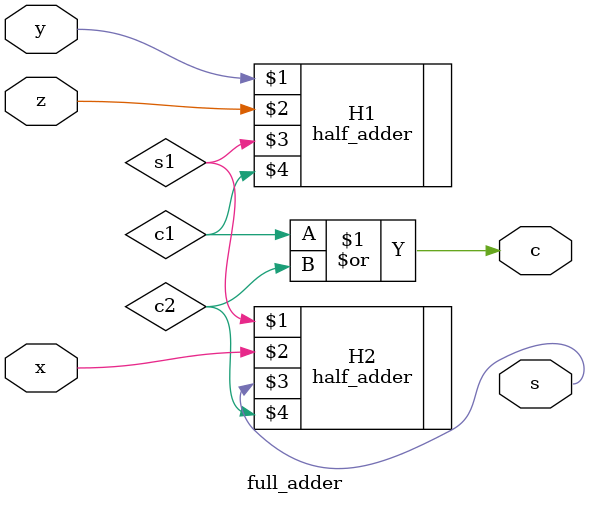
<source format=v>
`timescale 1ns / 1ps

//By Vedant A Sontake(B20EE095)
//Lab-1-Work 2: Use half adder to create full adder

module full_adder(x,y,z,s,c);
input x,y,z;
output s,c;

//2 half adders and 1 OR gate used

wire s1,c1,c2;
half_adder H1(y,z,s1,c1);
half_adder H2(s1,x,s,c2);

or (c,c1,c2);
endmodule

</source>
